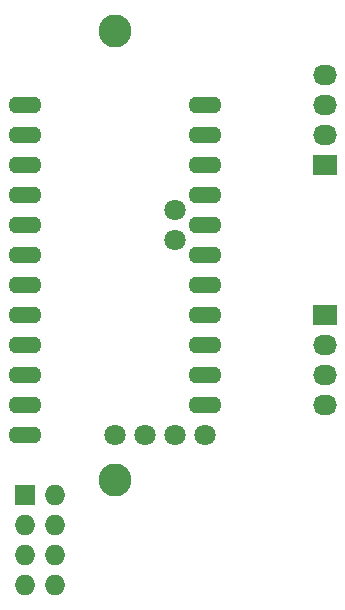
<source format=gbs>
G04 #@! TF.FileFunction,Soldermask,Bot*
%FSLAX46Y46*%
G04 Gerber Fmt 4.6, Leading zero omitted, Abs format (unit mm)*
G04 Created by KiCad (PCBNEW 4.0.2-stable) date 4/1/2016 8:20:13 PM*
%MOMM*%
G01*
G04 APERTURE LIST*
%ADD10C,0.100000*%
%ADD11C,2.800000*%
%ADD12R,1.727200X1.727200*%
%ADD13O,1.727200X1.727200*%
%ADD14R,2.032000X1.727200*%
%ADD15O,2.032000X1.727200*%
%ADD16O,2.800000X1.400000*%
%ADD17C,1.800000*%
G04 APERTURE END LIST*
D10*
D11*
X109220000Y-112980000D03*
X109220000Y-74980000D03*
D12*
X101600000Y-114300000D03*
D13*
X104140000Y-114300000D03*
X101600000Y-116840000D03*
X104140000Y-116840000D03*
X101600000Y-119380000D03*
X104140000Y-119380000D03*
X101600000Y-121920000D03*
X104140000Y-121920000D03*
D14*
X127000000Y-86360000D03*
D15*
X127000000Y-83820000D03*
X127000000Y-81280000D03*
X127000000Y-78740000D03*
D14*
X127000000Y-99060000D03*
D15*
X127000000Y-101600000D03*
X127000000Y-104140000D03*
X127000000Y-106680000D03*
D16*
X116840000Y-81280000D03*
X101600000Y-81280000D03*
X116840000Y-83820000D03*
X101600000Y-83820000D03*
X116840000Y-86360000D03*
X101600000Y-86360000D03*
X116840000Y-88900000D03*
X101600000Y-88900000D03*
X116840000Y-91440000D03*
X101600000Y-91440000D03*
X116840000Y-93980000D03*
X101600000Y-93980000D03*
X116840000Y-96520000D03*
X101600000Y-96520000D03*
X116840000Y-99060000D03*
X101600000Y-99060000D03*
X116840000Y-101600000D03*
X101600000Y-101600000D03*
X116840000Y-104140000D03*
X101600000Y-104140000D03*
X116840000Y-106680000D03*
X101600000Y-106680000D03*
D17*
X116840000Y-109220000D03*
D16*
X101600000Y-109220000D03*
D17*
X114300000Y-90170000D03*
X114300000Y-92710000D03*
X114300000Y-109220000D03*
X111760000Y-109220000D03*
X109220000Y-109220000D03*
M02*

</source>
